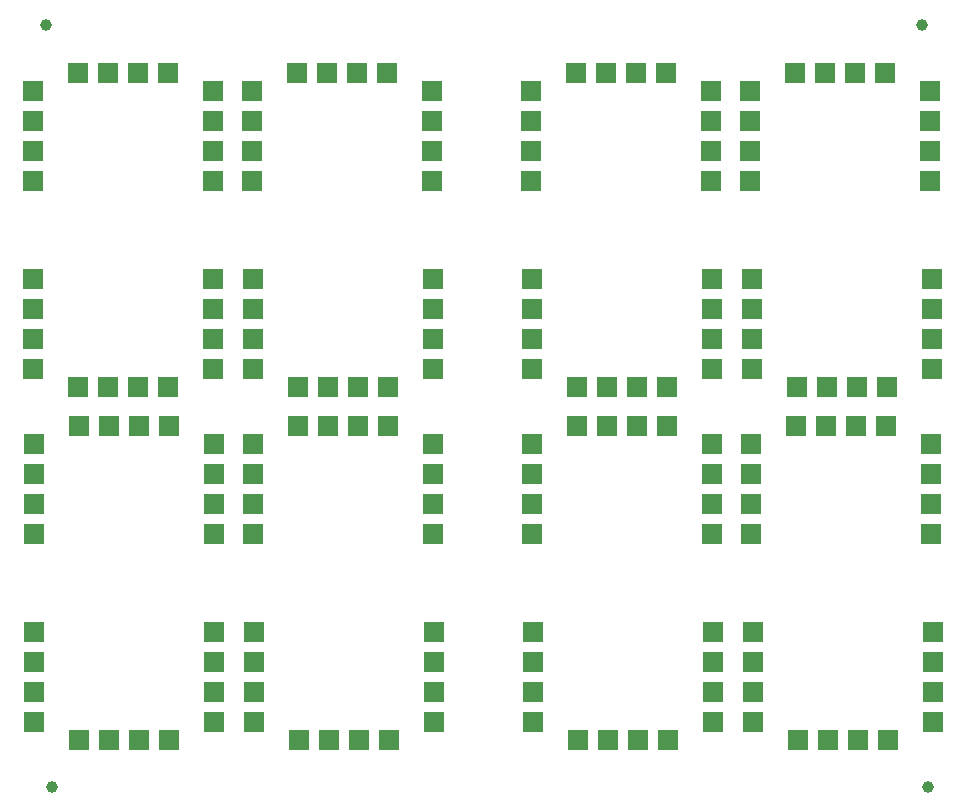
<source format=gbr>
%TF.GenerationSoftware,KiCad,Pcbnew,8.0.3*%
%TF.CreationDate,2024-06-16T14:02:55-05:00*%
%TF.ProjectId,EZ-VIK_panelized_panelized_panelized_panelized,455a2d56-494b-45f7-9061-6e656c697a65,rev?*%
%TF.SameCoordinates,Original*%
%TF.FileFunction,Copper,L2,Bot*%
%TF.FilePolarity,Positive*%
%FSLAX46Y46*%
G04 Gerber Fmt 4.6, Leading zero omitted, Abs format (unit mm)*
G04 Created by KiCad (PCBNEW 8.0.3) date 2024-06-16 14:02:55*
%MOMM*%
%LPD*%
G01*
G04 APERTURE LIST*
%TA.AperFunction,ComponentPad*%
%ADD10R,1.680000X1.680000*%
%TD*%
%TA.AperFunction,SMDPad,CuDef*%
%ADD11C,1.000000*%
%TD*%
G04 APERTURE END LIST*
D10*
%TO.P,J2,1,Pin_1*%
%TO.N,MOSI*%
X209928600Y-102722102D03*
%TO.P,J2,2,Pin_2*%
%TO.N,GP_AD1*%
X212478600Y-102722102D03*
%TO.P,J2,3,Pin_3*%
%TO.N,+5V*%
X215013600Y-102722102D03*
%TO.P,J2,4,Pin_4*%
%TO.N,RGB_DO*%
X217548600Y-102722102D03*
%TD*%
%TO.P,J3,1,Pin_1*%
%TO.N,+3V3*%
X145163478Y-55391411D03*
%TO.P,J3,2,Pin_2*%
%TO.N,GND*%
X145163478Y-52841411D03*
%TO.P,J3,3,Pin_3*%
%TO.N,SDA*%
X145163478Y-50306411D03*
%TO.P,J3,4,Pin_4*%
%TO.N,SCL*%
X145163478Y-47771411D03*
%TD*%
%TO.P,J1,1,Pin_1*%
%TO.N,SCLK*%
X187487322Y-93576478D03*
%TO.P,J1,2,Pin_2*%
%TO.N,MISO*%
X187487322Y-96126478D03*
%TO.P,J1,3,Pin_3*%
%TO.N,SPI_CS*%
X187487322Y-98661478D03*
%TO.P,J1,4,Pin_4*%
%TO.N,GP_AD2*%
X187487322Y-101196478D03*
%TD*%
%TO.P,J2,1,Pin_1*%
%TO.N,MOSI*%
X175218978Y-76111511D03*
%TO.P,J2,2,Pin_2*%
%TO.N,GP_AD1*%
X172668978Y-76111511D03*
%TO.P,J2,3,Pin_3*%
%TO.N,+5V*%
X170133978Y-76111511D03*
%TO.P,J2,4,Pin_4*%
%TO.N,RGB_DO*%
X167598978Y-76111511D03*
%TD*%
%TO.P,J2,1,Pin_1*%
%TO.N,MOSI*%
X198800800Y-46250600D03*
%TO.P,J2,2,Pin_2*%
%TO.N,GP_AD1*%
X196250800Y-46250600D03*
%TO.P,J2,3,Pin_3*%
%TO.N,+5V*%
X193715800Y-46250600D03*
%TO.P,J2,4,Pin_4*%
%TO.N,RGB_DO*%
X191180800Y-46250600D03*
%TD*%
%TO.P,J3,1,Pin_1*%
%TO.N,+3V3*%
X179027500Y-63670700D03*
%TO.P,J3,2,Pin_2*%
%TO.N,GND*%
X179027500Y-66220700D03*
%TO.P,J3,3,Pin_3*%
%TO.N,SDA*%
X179027500Y-68755700D03*
%TO.P,J3,4,Pin_4*%
%TO.N,SCL*%
X179027500Y-71290700D03*
%TD*%
%TO.P,J2,1,Pin_1*%
%TO.N,MOSI*%
X149090000Y-102707289D03*
%TO.P,J2,2,Pin_2*%
%TO.N,GP_AD1*%
X151640000Y-102707289D03*
%TO.P,J2,3,Pin_3*%
%TO.N,+5V*%
X154175000Y-102707289D03*
%TO.P,J2,4,Pin_4*%
%TO.N,RGB_DO*%
X156710000Y-102707289D03*
%TD*%
%TO.P,J1,1,Pin_1*%
%TO.N,SCLK*%
X179023978Y-85255511D03*
%TO.P,J1,2,Pin_2*%
%TO.N,MISO*%
X179023978Y-82705511D03*
%TO.P,J1,3,Pin_3*%
%TO.N,SPI_CS*%
X179023978Y-80170511D03*
%TO.P,J1,4,Pin_4*%
%TO.N,GP_AD2*%
X179023978Y-77635511D03*
%TD*%
%TO.P,J2,1,Pin_1*%
%TO.N,MOSI*%
X217342800Y-46250600D03*
%TO.P,J2,2,Pin_2*%
%TO.N,GP_AD1*%
X214792800Y-46250600D03*
%TO.P,J2,3,Pin_3*%
%TO.N,+5V*%
X212257800Y-46250600D03*
%TO.P,J2,4,Pin_4*%
%TO.N,RGB_DO*%
X209722800Y-46250600D03*
%TD*%
%TO.P,J1,1,Pin_1*%
%TO.N,SCLK*%
X163787500Y-63680700D03*
%TO.P,J1,2,Pin_2*%
%TO.N,MISO*%
X163787500Y-66230700D03*
%TO.P,J1,3,Pin_3*%
%TO.N,SPI_CS*%
X163787500Y-68765700D03*
%TO.P,J1,4,Pin_4*%
%TO.N,GP_AD2*%
X163787500Y-71300700D03*
%TD*%
%TO.P,J1,1,Pin_1*%
%TO.N,SCLK*%
X202605800Y-55394600D03*
%TO.P,J1,2,Pin_2*%
%TO.N,MISO*%
X202605800Y-52844600D03*
%TO.P,J1,3,Pin_3*%
%TO.N,SPI_CS*%
X202605800Y-50309600D03*
%TO.P,J1,4,Pin_4*%
%TO.N,GP_AD2*%
X202605800Y-47774600D03*
%TD*%
%TO.P,J3,1,Pin_1*%
%TO.N,+3V3*%
X179106000Y-93544800D03*
%TO.P,J3,2,Pin_2*%
%TO.N,GND*%
X179106000Y-96094800D03*
%TO.P,J3,3,Pin_3*%
%TO.N,SDA*%
X179106000Y-98629800D03*
%TO.P,J3,4,Pin_4*%
%TO.N,SCL*%
X179106000Y-101164800D03*
%TD*%
%TO.P,J3,1,Pin_1*%
%TO.N,+3V3*%
X163705478Y-55391411D03*
%TO.P,J3,2,Pin_2*%
%TO.N,GND*%
X163705478Y-52841411D03*
%TO.P,J3,3,Pin_3*%
%TO.N,SDA*%
X163705478Y-50306411D03*
%TO.P,J3,4,Pin_4*%
%TO.N,SCL*%
X163705478Y-47771411D03*
%TD*%
%TO.P,J1,1,Pin_1*%
%TO.N,SCLK*%
X202684300Y-85268700D03*
%TO.P,J1,2,Pin_2*%
%TO.N,MISO*%
X202684300Y-82718700D03*
%TO.P,J1,3,Pin_3*%
%TO.N,SPI_CS*%
X202684300Y-80183700D03*
%TO.P,J1,4,Pin_4*%
%TO.N,GP_AD2*%
X202684300Y-77648700D03*
%TD*%
%TO.P,J2,1,Pin_1*%
%TO.N,MOSI*%
X156598478Y-46237411D03*
%TO.P,J2,2,Pin_2*%
%TO.N,GP_AD1*%
X154048478Y-46237411D03*
%TO.P,J2,3,Pin_3*%
%TO.N,+5V*%
X151513478Y-46237411D03*
%TO.P,J2,4,Pin_4*%
%TO.N,RGB_DO*%
X148978478Y-46237411D03*
%TD*%
%TO.P,J3,1,Pin_1*%
%TO.N,+3V3*%
X205907800Y-55404600D03*
%TO.P,J3,2,Pin_2*%
%TO.N,GND*%
X205907800Y-52854600D03*
%TO.P,J3,3,Pin_3*%
%TO.N,SDA*%
X205907800Y-50319600D03*
%TO.P,J3,4,Pin_4*%
%TO.N,SCL*%
X205907800Y-47784600D03*
%TD*%
%TO.P,J2,1,Pin_1*%
%TO.N,MOSI*%
X167671000Y-102698800D03*
%TO.P,J2,2,Pin_2*%
%TO.N,GP_AD1*%
X170221000Y-102698800D03*
%TO.P,J2,3,Pin_3*%
%TO.N,+5V*%
X172756000Y-102698800D03*
%TO.P,J2,4,Pin_4*%
%TO.N,RGB_DO*%
X175291000Y-102698800D03*
%TD*%
%TO.P,J3,1,Pin_1*%
%TO.N,+3V3*%
X202727322Y-93566478D03*
%TO.P,J3,2,Pin_2*%
%TO.N,GND*%
X202727322Y-96116478D03*
%TO.P,J3,3,Pin_3*%
%TO.N,SDA*%
X202727322Y-98651478D03*
%TO.P,J3,4,Pin_4*%
%TO.N,SCL*%
X202727322Y-101186478D03*
%TD*%
%TO.P,J3,1,Pin_1*%
%TO.N,+3V3*%
X160525000Y-93553289D03*
%TO.P,J3,2,Pin_2*%
%TO.N,GND*%
X160525000Y-96103289D03*
%TO.P,J3,3,Pin_3*%
%TO.N,SDA*%
X160525000Y-98638289D03*
%TO.P,J3,4,Pin_4*%
%TO.N,SCL*%
X160525000Y-101173289D03*
%TD*%
%TO.P,J3,1,Pin_1*%
%TO.N,+3V3*%
X187444300Y-85278700D03*
%TO.P,J3,2,Pin_2*%
%TO.N,GND*%
X187444300Y-82728700D03*
%TO.P,J3,3,Pin_3*%
%TO.N,SDA*%
X187444300Y-80193700D03*
%TO.P,J3,4,Pin_4*%
%TO.N,SCL*%
X187444300Y-77658700D03*
%TD*%
%TO.P,J2,1,Pin_1*%
%TO.N,MOSI*%
X209850100Y-72848002D03*
%TO.P,J2,2,Pin_2*%
%TO.N,GP_AD1*%
X212400100Y-72848002D03*
%TO.P,J2,3,Pin_3*%
%TO.N,+5V*%
X214935100Y-72848002D03*
%TO.P,J2,4,Pin_4*%
%TO.N,RGB_DO*%
X217470100Y-72848002D03*
%TD*%
%TO.P,J3,1,Pin_1*%
%TO.N,+3V3*%
X163783978Y-85265511D03*
%TO.P,J3,2,Pin_2*%
%TO.N,GND*%
X163783978Y-82715511D03*
%TO.P,J3,3,Pin_3*%
%TO.N,SDA*%
X163783978Y-80180511D03*
%TO.P,J3,4,Pin_4*%
%TO.N,SCL*%
X163783978Y-77645511D03*
%TD*%
%TO.P,J3,1,Pin_1*%
%TO.N,+3V3*%
X221363600Y-93568102D03*
%TO.P,J3,2,Pin_2*%
%TO.N,GND*%
X221363600Y-96118102D03*
%TO.P,J3,3,Pin_3*%
%TO.N,SDA*%
X221363600Y-98653102D03*
%TO.P,J3,4,Pin_4*%
%TO.N,SCL*%
X221363600Y-101188102D03*
%TD*%
%TO.P,J2,1,Pin_1*%
%TO.N,MOSI*%
X156676978Y-76111511D03*
%TO.P,J2,2,Pin_2*%
%TO.N,GP_AD1*%
X154126978Y-76111511D03*
%TO.P,J2,3,Pin_3*%
%TO.N,+5V*%
X151591978Y-76111511D03*
%TO.P,J2,4,Pin_4*%
%TO.N,RGB_DO*%
X149056978Y-76111511D03*
%TD*%
%TO.P,J3,1,Pin_1*%
%TO.N,+3V3*%
X145241978Y-85265511D03*
%TO.P,J3,2,Pin_2*%
%TO.N,GND*%
X145241978Y-82715511D03*
%TO.P,J3,3,Pin_3*%
%TO.N,SDA*%
X145241978Y-80180511D03*
%TO.P,J3,4,Pin_4*%
%TO.N,SCL*%
X145241978Y-77645511D03*
%TD*%
%TO.P,J1,1,Pin_1*%
%TO.N,SCLK*%
X145206500Y-63689189D03*
%TO.P,J1,2,Pin_2*%
%TO.N,MISO*%
X145206500Y-66239189D03*
%TO.P,J1,3,Pin_3*%
%TO.N,SPI_CS*%
X145206500Y-68774189D03*
%TO.P,J1,4,Pin_4*%
%TO.N,GP_AD2*%
X145206500Y-71309189D03*
%TD*%
%TO.P,J3,1,Pin_1*%
%TO.N,+3V3*%
X221285100Y-63694002D03*
%TO.P,J3,2,Pin_2*%
%TO.N,GND*%
X221285100Y-66244002D03*
%TO.P,J3,3,Pin_3*%
%TO.N,SDA*%
X221285100Y-68779002D03*
%TO.P,J3,4,Pin_4*%
%TO.N,SCL*%
X221285100Y-71314002D03*
%TD*%
%TO.P,J1,1,Pin_1*%
%TO.N,SCLK*%
X160403478Y-55381411D03*
%TO.P,J1,2,Pin_2*%
%TO.N,MISO*%
X160403478Y-52831411D03*
%TO.P,J1,3,Pin_3*%
%TO.N,SPI_CS*%
X160403478Y-50296411D03*
%TO.P,J1,4,Pin_4*%
%TO.N,GP_AD2*%
X160403478Y-47761411D03*
%TD*%
%TO.P,J2,1,Pin_1*%
%TO.N,MOSI*%
X191292322Y-102720478D03*
%TO.P,J2,2,Pin_2*%
%TO.N,GP_AD1*%
X193842322Y-102720478D03*
%TO.P,J2,3,Pin_3*%
%TO.N,+5V*%
X196377322Y-102720478D03*
%TO.P,J2,4,Pin_4*%
%TO.N,RGB_DO*%
X198912322Y-102720478D03*
%TD*%
%TO.P,J3,1,Pin_1*%
%TO.N,+3V3*%
X160446500Y-63679189D03*
%TO.P,J3,2,Pin_2*%
%TO.N,GND*%
X160446500Y-66229189D03*
%TO.P,J3,3,Pin_3*%
%TO.N,SDA*%
X160446500Y-68764189D03*
%TO.P,J3,4,Pin_4*%
%TO.N,SCL*%
X160446500Y-71299189D03*
%TD*%
%TO.P,J2,1,Pin_1*%
%TO.N,MOSI*%
X198879300Y-76124700D03*
%TO.P,J2,2,Pin_2*%
%TO.N,GP_AD1*%
X196329300Y-76124700D03*
%TO.P,J2,3,Pin_3*%
%TO.N,+5V*%
X193794300Y-76124700D03*
%TO.P,J2,4,Pin_4*%
%TO.N,RGB_DO*%
X191259300Y-76124700D03*
%TD*%
%TO.P,J1,1,Pin_1*%
%TO.N,SCLK*%
X206123600Y-93578102D03*
%TO.P,J1,2,Pin_2*%
%TO.N,MISO*%
X206123600Y-96128102D03*
%TO.P,J1,3,Pin_3*%
%TO.N,SPI_CS*%
X206123600Y-98663102D03*
%TO.P,J1,4,Pin_4*%
%TO.N,GP_AD2*%
X206123600Y-101198102D03*
%TD*%
%TO.P,J1,1,Pin_1*%
%TO.N,SCLK*%
X206045100Y-63704002D03*
%TO.P,J1,2,Pin_2*%
%TO.N,MISO*%
X206045100Y-66254002D03*
%TO.P,J1,3,Pin_3*%
%TO.N,SPI_CS*%
X206045100Y-68789002D03*
%TO.P,J1,4,Pin_4*%
%TO.N,GP_AD2*%
X206045100Y-71324002D03*
%TD*%
%TO.P,J3,1,Pin_1*%
%TO.N,+3V3*%
X187365800Y-55404600D03*
%TO.P,J3,2,Pin_2*%
%TO.N,GND*%
X187365800Y-52854600D03*
%TO.P,J3,3,Pin_3*%
%TO.N,SDA*%
X187365800Y-50319600D03*
%TO.P,J3,4,Pin_4*%
%TO.N,SCL*%
X187365800Y-47784600D03*
%TD*%
%TO.P,J3,1,Pin_1*%
%TO.N,+3V3*%
X202648822Y-63692378D03*
%TO.P,J3,2,Pin_2*%
%TO.N,GND*%
X202648822Y-66242378D03*
%TO.P,J3,3,Pin_3*%
%TO.N,SDA*%
X202648822Y-68777378D03*
%TO.P,J3,4,Pin_4*%
%TO.N,SCL*%
X202648822Y-71312378D03*
%TD*%
%TO.P,J2,1,Pin_1*%
%TO.N,MOSI*%
X167592500Y-72824700D03*
%TO.P,J2,2,Pin_2*%
%TO.N,GP_AD1*%
X170142500Y-72824700D03*
%TO.P,J2,3,Pin_3*%
%TO.N,+5V*%
X172677500Y-72824700D03*
%TO.P,J2,4,Pin_4*%
%TO.N,RGB_DO*%
X175212500Y-72824700D03*
%TD*%
%TO.P,J1,1,Pin_1*%
%TO.N,SCLK*%
X145285000Y-93563289D03*
%TO.P,J1,2,Pin_2*%
%TO.N,MISO*%
X145285000Y-96113289D03*
%TO.P,J1,3,Pin_3*%
%TO.N,SPI_CS*%
X145285000Y-98648289D03*
%TO.P,J1,4,Pin_4*%
%TO.N,GP_AD2*%
X145285000Y-101183289D03*
%TD*%
%TO.P,J2,1,Pin_1*%
%TO.N,MOSI*%
X175140478Y-46237411D03*
%TO.P,J2,2,Pin_2*%
%TO.N,GP_AD1*%
X172590478Y-46237411D03*
%TO.P,J2,3,Pin_3*%
%TO.N,+5V*%
X170055478Y-46237411D03*
%TO.P,J2,4,Pin_4*%
%TO.N,RGB_DO*%
X167520478Y-46237411D03*
%TD*%
%TO.P,J2,1,Pin_1*%
%TO.N,MOSI*%
X217421300Y-76124700D03*
%TO.P,J2,2,Pin_2*%
%TO.N,GP_AD1*%
X214871300Y-76124700D03*
%TO.P,J2,3,Pin_3*%
%TO.N,+5V*%
X212336300Y-76124700D03*
%TO.P,J2,4,Pin_4*%
%TO.N,RGB_DO*%
X209801300Y-76124700D03*
%TD*%
%TO.P,J1,1,Pin_1*%
%TO.N,SCLK*%
X178945478Y-55381411D03*
%TO.P,J1,2,Pin_2*%
%TO.N,MISO*%
X178945478Y-52831411D03*
%TO.P,J1,3,Pin_3*%
%TO.N,SPI_CS*%
X178945478Y-50296411D03*
%TO.P,J1,4,Pin_4*%
%TO.N,GP_AD2*%
X178945478Y-47761411D03*
%TD*%
%TO.P,J3,1,Pin_1*%
%TO.N,+3V3*%
X205986300Y-85278700D03*
%TO.P,J3,2,Pin_2*%
%TO.N,GND*%
X205986300Y-82728700D03*
%TO.P,J3,3,Pin_3*%
%TO.N,SDA*%
X205986300Y-80193700D03*
%TO.P,J3,4,Pin_4*%
%TO.N,SCL*%
X205986300Y-77658700D03*
%TD*%
%TO.P,J1,1,Pin_1*%
%TO.N,SCLK*%
X163866000Y-93554800D03*
%TO.P,J1,2,Pin_2*%
%TO.N,MISO*%
X163866000Y-96104800D03*
%TO.P,J1,3,Pin_3*%
%TO.N,SPI_CS*%
X163866000Y-98639800D03*
%TO.P,J1,4,Pin_4*%
%TO.N,GP_AD2*%
X163866000Y-101174800D03*
%TD*%
%TO.P,J1,1,Pin_1*%
%TO.N,SCLK*%
X160481978Y-85255511D03*
%TO.P,J1,2,Pin_2*%
%TO.N,MISO*%
X160481978Y-82705511D03*
%TO.P,J1,3,Pin_3*%
%TO.N,SPI_CS*%
X160481978Y-80170511D03*
%TO.P,J1,4,Pin_4*%
%TO.N,GP_AD2*%
X160481978Y-77635511D03*
%TD*%
%TO.P,J2,1,Pin_1*%
%TO.N,MOSI*%
X149011500Y-72833189D03*
%TO.P,J2,2,Pin_2*%
%TO.N,GP_AD1*%
X151561500Y-72833189D03*
%TO.P,J2,3,Pin_3*%
%TO.N,+5V*%
X154096500Y-72833189D03*
%TO.P,J2,4,Pin_4*%
%TO.N,RGB_DO*%
X156631500Y-72833189D03*
%TD*%
%TO.P,J2,1,Pin_1*%
%TO.N,MOSI*%
X191213822Y-72846378D03*
%TO.P,J2,2,Pin_2*%
%TO.N,GP_AD1*%
X193763822Y-72846378D03*
%TO.P,J2,3,Pin_3*%
%TO.N,+5V*%
X196298822Y-72846378D03*
%TO.P,J2,4,Pin_4*%
%TO.N,RGB_DO*%
X198833822Y-72846378D03*
%TD*%
%TO.P,J1,1,Pin_1*%
%TO.N,SCLK*%
X187408822Y-63702378D03*
%TO.P,J1,2,Pin_2*%
%TO.N,MISO*%
X187408822Y-66252378D03*
%TO.P,J1,3,Pin_3*%
%TO.N,SPI_CS*%
X187408822Y-68787378D03*
%TO.P,J1,4,Pin_4*%
%TO.N,GP_AD2*%
X187408822Y-71322378D03*
%TD*%
%TO.P,J1,1,Pin_1*%
%TO.N,SCLK*%
X221147800Y-55394600D03*
%TO.P,J1,2,Pin_2*%
%TO.N,MISO*%
X221147800Y-52844600D03*
%TO.P,J1,3,Pin_3*%
%TO.N,SPI_CS*%
X221147800Y-50309600D03*
%TO.P,J1,4,Pin_4*%
%TO.N,GP_AD2*%
X221147800Y-47774600D03*
%TD*%
%TO.P,J1,1,Pin_1*%
%TO.N,SCLK*%
X221226300Y-85268700D03*
%TO.P,J1,2,Pin_2*%
%TO.N,MISO*%
X221226300Y-82718700D03*
%TO.P,J1,3,Pin_3*%
%TO.N,SPI_CS*%
X221226300Y-80183700D03*
%TO.P,J1,4,Pin_4*%
%TO.N,GP_AD2*%
X221226300Y-77648700D03*
%TD*%
D11*
%TO.P,,*%
%TO.N,*%
X220472000Y-42164000D03*
%TD*%
%TO.P,,*%
%TO.N,*%
X146304000Y-42164000D03*
%TD*%
%TO.P,,*%
%TO.N,*%
X146812000Y-106680000D03*
%TD*%
%TO.P,,*%
%TO.N,*%
X220980000Y-106680000D03*
%TD*%
M02*

</source>
